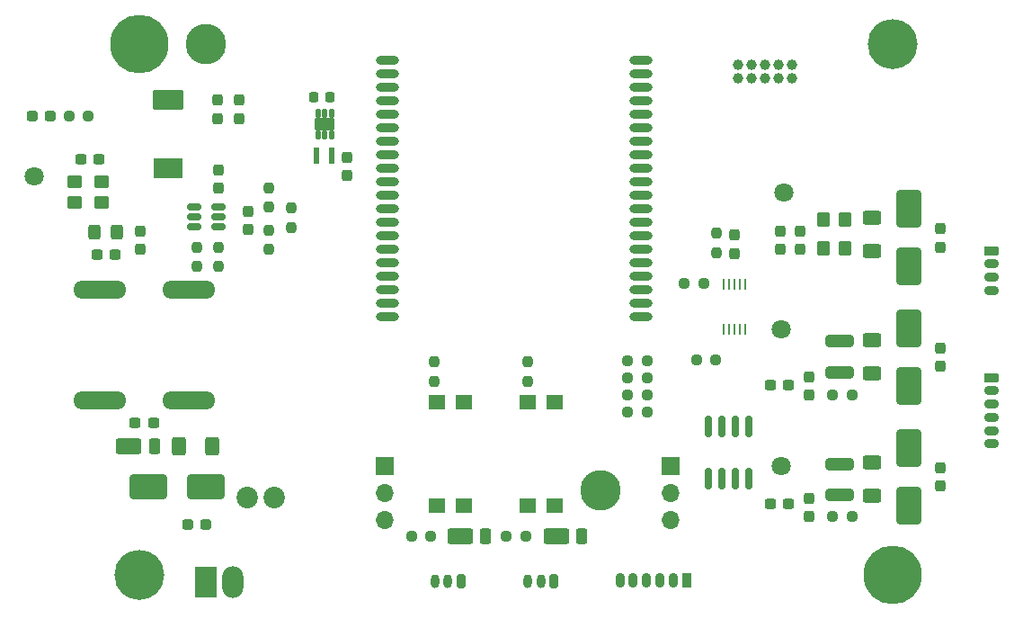
<source format=gbr>
%TF.GenerationSoftware,KiCad,Pcbnew,9.0.4*%
%TF.CreationDate,2025-09-18T14:16:59+03:00*%
%TF.ProjectId,HidroNode_Project,48696472-6f4e-46f6-9465-5f50726f6a65,rev?*%
%TF.SameCoordinates,Original*%
%TF.FileFunction,Soldermask,Top*%
%TF.FilePolarity,Negative*%
%FSLAX46Y46*%
G04 Gerber Fmt 4.6, Leading zero omitted, Abs format (unit mm)*
G04 Created by KiCad (PCBNEW 9.0.4) date 2025-09-18 14:16:59*
%MOMM*%
%LPD*%
G01*
G04 APERTURE LIST*
G04 Aperture macros list*
%AMRoundRect*
0 Rectangle with rounded corners*
0 $1 Rounding radius*
0 $2 $3 $4 $5 $6 $7 $8 $9 X,Y pos of 4 corners*
0 Add a 4 corners polygon primitive as box body*
4,1,4,$2,$3,$4,$5,$6,$7,$8,$9,$2,$3,0*
0 Add four circle primitives for the rounded corners*
1,1,$1+$1,$2,$3*
1,1,$1+$1,$4,$5*
1,1,$1+$1,$6,$7*
1,1,$1+$1,$8,$9*
0 Add four rect primitives between the rounded corners*
20,1,$1+$1,$2,$3,$4,$5,0*
20,1,$1+$1,$4,$5,$6,$7,0*
20,1,$1+$1,$6,$7,$8,$9,0*
20,1,$1+$1,$8,$9,$2,$3,0*%
G04 Aperture macros list end*
%ADD10RoundRect,0.237500X0.250000X0.237500X-0.250000X0.237500X-0.250000X-0.237500X0.250000X-0.237500X0*%
%ADD11C,3.800000*%
%ADD12C,1.800000*%
%ADD13RoundRect,0.237500X0.237500X-0.300000X0.237500X0.300000X-0.237500X0.300000X-0.237500X-0.300000X0*%
%ADD14R,2.000000X3.000000*%
%ADD15O,2.000000X3.000000*%
%ADD16RoundRect,0.237500X-0.237500X0.300000X-0.237500X-0.300000X0.237500X-0.300000X0.237500X0.300000X0*%
%ADD17RoundRect,0.250000X0.625000X-0.400000X0.625000X0.400000X-0.625000X0.400000X-0.625000X-0.400000X0*%
%ADD18RoundRect,0.237500X-0.237500X0.250000X-0.237500X-0.250000X0.237500X-0.250000X0.237500X0.250000X0*%
%ADD19R,1.600200X1.320800*%
%ADD20RoundRect,0.102000X0.160000X-0.330000X0.160000X0.330000X-0.160000X0.330000X-0.160000X-0.330000X0*%
%ADD21RoundRect,0.102000X0.800000X-0.500000X0.800000X0.500000X-0.800000X0.500000X-0.800000X-0.500000X0*%
%ADD22RoundRect,0.250000X-0.400000X-0.625000X0.400000X-0.625000X0.400000X0.625000X-0.400000X0.625000X0*%
%ADD23RoundRect,0.237500X-0.287500X-0.237500X0.287500X-0.237500X0.287500X0.237500X-0.287500X0.237500X0*%
%ADD24RoundRect,0.237500X-0.250000X-0.237500X0.250000X-0.237500X0.250000X0.237500X-0.250000X0.237500X0*%
%ADD25RoundRect,0.250000X0.900000X-1.500000X0.900000X1.500000X-0.900000X1.500000X-0.900000X-1.500000X0*%
%ADD26RoundRect,0.102000X1.250000X-0.850000X1.250000X0.850000X-1.250000X0.850000X-1.250000X-0.850000X0*%
%ADD27RoundRect,0.102000X1.300000X-0.850000X1.300000X0.850000X-1.300000X0.850000X-1.300000X-0.850000X0*%
%ADD28RoundRect,0.237500X-0.300000X-0.237500X0.300000X-0.237500X0.300000X0.237500X-0.300000X0.237500X0*%
%ADD29RoundRect,0.250000X0.350000X0.450000X-0.350000X0.450000X-0.350000X-0.450000X0.350000X-0.450000X0*%
%ADD30RoundRect,0.237500X0.237500X-0.250000X0.237500X0.250000X-0.237500X0.250000X-0.237500X-0.250000X0*%
%ADD31RoundRect,0.250000X0.950000X0.500000X-0.950000X0.500000X-0.950000X-0.500000X0.950000X-0.500000X0*%
%ADD32RoundRect,0.250000X0.275000X0.500000X-0.275000X0.500000X-0.275000X-0.500000X0.275000X-0.500000X0*%
%ADD33RoundRect,0.250000X0.450000X-0.350000X0.450000X0.350000X-0.450000X0.350000X-0.450000X-0.350000X0*%
%ADD34RoundRect,0.250000X1.075000X-0.312500X1.075000X0.312500X-1.075000X0.312500X-1.075000X-0.312500X0*%
%ADD35RoundRect,0.250000X-0.350000X-0.450000X0.350000X-0.450000X0.350000X0.450000X-0.350000X0.450000X0*%
%ADD36RoundRect,0.250000X-1.500000X-0.900000X1.500000X-0.900000X1.500000X0.900000X-1.500000X0.900000X0*%
%ADD37RoundRect,0.150000X-0.512500X-0.150000X0.512500X-0.150000X0.512500X0.150000X-0.512500X0.150000X0*%
%ADD38C,5.500000*%
%ADD39RoundRect,0.250000X0.325000X0.450000X-0.325000X0.450000X-0.325000X-0.450000X0.325000X-0.450000X0*%
%ADD40RoundRect,0.237500X0.300000X0.237500X-0.300000X0.237500X-0.300000X-0.237500X0.300000X-0.237500X0*%
%ADD41R,1.700000X1.700000*%
%ADD42O,1.700000X1.700000*%
%ADD43C,1.000000*%
%ADD44RoundRect,0.200000X0.200000X0.450000X-0.200000X0.450000X-0.200000X-0.450000X0.200000X-0.450000X0*%
%ADD45O,0.800000X1.300000*%
%ADD46O,5.000000X1.700000*%
%ADD47RoundRect,0.225000X0.225000X0.250000X-0.225000X0.250000X-0.225000X-0.250000X0.225000X-0.250000X0*%
%ADD48R,0.550000X1.600000*%
%ADD49C,4.700000*%
%ADD50RoundRect,0.225000X0.225000X0.475000X-0.225000X0.475000X-0.225000X-0.475000X0.225000X-0.475000X0*%
%ADD51O,0.900000X1.400000*%
%ADD52C,2.020000*%
%ADD53O,2.200000X0.800000*%
%ADD54RoundRect,0.225000X-0.475000X0.225000X-0.475000X-0.225000X0.475000X-0.225000X0.475000X0.225000X0*%
%ADD55O,1.400000X0.900000*%
%ADD56RoundRect,0.150000X0.150000X-0.825000X0.150000X0.825000X-0.150000X0.825000X-0.150000X-0.825000X0*%
%ADD57R,0.250000X1.100000*%
G04 APERTURE END LIST*
D10*
%TO.C,R57*%
X98725000Y-70400000D03*
X96900000Y-70400000D03*
%TD*%
D11*
%TO.C,REF\u002A\u002A*%
X94334037Y-82563464D03*
X57234037Y-40563464D03*
%TD*%
D10*
%TO.C,R56*%
X98725000Y-72000000D03*
X96900000Y-72000000D03*
%TD*%
%TO.C,R55*%
X98725000Y-73600000D03*
X96900000Y-73600000D03*
%TD*%
%TO.C,R54*%
X98725000Y-75200000D03*
X96900000Y-75200000D03*
%TD*%
D12*
%TO.C,TP2*%
X41000000Y-53000000D03*
%TD*%
D13*
%TO.C,C2*%
X126400000Y-82150000D03*
X126400000Y-80425000D03*
%TD*%
%TO.C,C4*%
X113200000Y-59862500D03*
X113200000Y-58137500D03*
%TD*%
D14*
%TO.C,J3*%
X57234037Y-91197500D03*
D15*
X59774037Y-91197500D03*
%TD*%
D16*
%TO.C,C17*%
X51000000Y-58137500D03*
X51000000Y-59862500D03*
%TD*%
D17*
%TO.C,RV3*%
X119900000Y-60050000D03*
X119900000Y-56950000D03*
%TD*%
D18*
%TO.C,R15*%
X78737500Y-70486100D03*
X78737500Y-72311100D03*
%TD*%
D13*
%TO.C,C22*%
X61200000Y-58025000D03*
X61200000Y-56300000D03*
%TD*%
D19*
%TO.C,U5*%
X78967500Y-84000000D03*
X81507500Y-84000000D03*
X81507500Y-74297200D03*
X78967500Y-74297200D03*
%TD*%
D13*
%TO.C,C7*%
X111300000Y-59862500D03*
X111300000Y-58137500D03*
%TD*%
D20*
%TO.C,U7*%
X67750000Y-49150000D03*
X68400000Y-49150000D03*
X69050000Y-49150000D03*
X69050000Y-47100000D03*
X68400000Y-47100000D03*
X67750000Y-47100000D03*
D21*
X68400000Y-48125000D03*
%TD*%
D17*
%TO.C,RV2*%
X119900000Y-71543750D03*
X119900000Y-68443750D03*
%TD*%
D22*
%TO.C,RV4*%
X54650000Y-78400000D03*
X57750000Y-78400000D03*
%TD*%
D23*
%TO.C,F1*%
X55484037Y-85750000D03*
X57234037Y-85750000D03*
%TD*%
D10*
%TO.C,R6*%
X118062500Y-73600000D03*
X116237500Y-73600000D03*
%TD*%
D24*
%TO.C,R13*%
X76575000Y-86898600D03*
X78400000Y-86898600D03*
%TD*%
D12*
%TO.C,TP1*%
X111600000Y-54500000D03*
%TD*%
D25*
%TO.C,D3*%
X123400000Y-61500000D03*
X123400000Y-56100000D03*
%TD*%
D26*
%TO.C,L4*%
X53600000Y-52225000D03*
D27*
X53600000Y-45800000D03*
%TD*%
D13*
%TO.C,C20*%
X58300000Y-47562500D03*
X58300000Y-45837500D03*
%TD*%
D18*
%TO.C,R14*%
X87500000Y-70486100D03*
X87500000Y-72311100D03*
%TD*%
D28*
%TO.C,C13*%
X50537500Y-76200000D03*
X52262500Y-76200000D03*
%TD*%
D29*
%TO.C,R4*%
X117400000Y-57050000D03*
X115400000Y-57050000D03*
%TD*%
D30*
%TO.C,R42*%
X58400000Y-61500000D03*
X58400000Y-59675000D03*
%TD*%
D18*
%TO.C,R47*%
X63100000Y-54087500D03*
X63100000Y-55912500D03*
%TD*%
D13*
%TO.C,C21*%
X60300000Y-47562500D03*
X60300000Y-45837500D03*
%TD*%
D31*
%TO.C,D5*%
X81137500Y-86898600D03*
D32*
X83512500Y-86898600D03*
%TD*%
D12*
%TO.C,TP3*%
X111400000Y-80300000D03*
%TD*%
D33*
%TO.C,R7*%
X44800000Y-55500000D03*
X44800000Y-53500000D03*
%TD*%
D34*
%TO.C,R2*%
X116900000Y-83000000D03*
X116900000Y-80075000D03*
%TD*%
D28*
%TO.C,C10*%
X110337500Y-72617500D03*
X112062500Y-72617500D03*
%TD*%
D35*
%TO.C,R1*%
X115400000Y-59800000D03*
X117400000Y-59800000D03*
%TD*%
D36*
%TO.C,D7*%
X51800000Y-82250000D03*
X57200000Y-82250000D03*
%TD*%
D37*
%TO.C,U8*%
X56100000Y-55875000D03*
X56100000Y-56825000D03*
X56100000Y-57775000D03*
X58375000Y-57775000D03*
X58375000Y-56825000D03*
X58375000Y-55875000D03*
%TD*%
D10*
%TO.C,R11*%
X105212500Y-70300000D03*
X103387500Y-70300000D03*
%TD*%
D31*
%TO.C,D8*%
X49950000Y-78400000D03*
D32*
X52325000Y-78400000D03*
%TD*%
D18*
%TO.C,R41*%
X56350000Y-59675000D03*
X56350000Y-61500000D03*
%TD*%
D10*
%TO.C,R5*%
X118062500Y-85037500D03*
X116237500Y-85037500D03*
%TD*%
D38*
%TO.C,H1*%
X50900000Y-40532788D03*
%TD*%
D39*
%TO.C,C16*%
X48775000Y-58250000D03*
X46725000Y-58250000D03*
%TD*%
D40*
%TO.C,C8*%
X47112500Y-51400000D03*
X45387500Y-51400000D03*
%TD*%
D34*
%TO.C,R3*%
X116900000Y-71462500D03*
X116900000Y-68537500D03*
%TD*%
D40*
%TO.C,C15*%
X48662500Y-60400000D03*
X46937500Y-60400000D03*
%TD*%
D41*
%TO.C,J9*%
X101000000Y-80275000D03*
D42*
X101000000Y-82815000D03*
X101000000Y-85355000D03*
%TD*%
D43*
%TO.C,J4*%
X107320000Y-43770000D03*
X108590000Y-43770000D03*
X109860000Y-43770000D03*
X111130000Y-43770000D03*
X112400000Y-43770000D03*
X112400000Y-42500000D03*
X111130000Y-42500000D03*
X109860000Y-42500000D03*
X108590000Y-42500000D03*
X107320000Y-42500000D03*
%TD*%
D23*
%TO.C,D9*%
X40825000Y-47300000D03*
X42575000Y-47300000D03*
%TD*%
D10*
%TO.C,R10*%
X104075000Y-63050000D03*
X102250000Y-63050000D03*
%TD*%
D44*
%TO.C,J5*%
X90000000Y-91150000D03*
D45*
X88750000Y-91150000D03*
X87500000Y-91150000D03*
%TD*%
D46*
%TO.C,L2*%
X55600000Y-74110000D03*
X55600000Y-63700000D03*
X47220000Y-74110000D03*
X47220000Y-63700000D03*
%TD*%
D24*
%TO.C,R12*%
X85487500Y-86898600D03*
X87312500Y-86898600D03*
%TD*%
D38*
%TO.C,H2*%
X121900000Y-90532788D03*
%TD*%
D16*
%TO.C,C14*%
X70500000Y-51237500D03*
X70500000Y-52962500D03*
%TD*%
D13*
%TO.C,C3*%
X126400000Y-70906250D03*
X126400000Y-69181250D03*
%TD*%
D12*
%TO.C,TP4*%
X111400000Y-67400000D03*
%TD*%
D13*
%TO.C,C6*%
X114000000Y-73625000D03*
X114000000Y-71900000D03*
%TD*%
D47*
%TO.C,C12*%
X68875000Y-45600000D03*
X67325000Y-45600000D03*
%TD*%
D48*
%TO.C,L1*%
X67625000Y-51050000D03*
X69075000Y-51050000D03*
%TD*%
D13*
%TO.C,C19*%
X58350000Y-54112500D03*
X58350000Y-52387500D03*
%TD*%
D28*
%TO.C,C9*%
X110337500Y-83800000D03*
X112062500Y-83800000D03*
%TD*%
D49*
%TO.C,H3*%
X121900000Y-40532788D03*
%TD*%
D50*
%TO.C,J8*%
X102450000Y-91000000D03*
D51*
X101200000Y-91000000D03*
X99950000Y-91000000D03*
X98700000Y-91000000D03*
X97450000Y-91000000D03*
X96200000Y-91000000D03*
%TD*%
D52*
%TO.C,J10*%
X61060000Y-83200000D03*
X63600000Y-83200000D03*
%TD*%
D49*
%TO.C,H4*%
X50900000Y-90532788D03*
%TD*%
D53*
%TO.C,U1*%
X74290000Y-42077393D03*
X74290000Y-43347393D03*
X74290000Y-44617393D03*
X74290000Y-45887393D03*
X74290000Y-47157393D03*
X74290000Y-48427393D03*
X74290000Y-49697393D03*
X74290000Y-50967393D03*
X74290000Y-52237393D03*
X74290000Y-53507393D03*
X74290000Y-54777393D03*
X74290000Y-56047393D03*
X74290000Y-57317393D03*
X74290000Y-58587393D03*
X74290000Y-59857393D03*
X74290000Y-61127393D03*
X74290000Y-62397393D03*
X74296800Y-63657393D03*
X74290000Y-64937393D03*
X74296800Y-66197393D03*
X98190000Y-42077393D03*
X98190000Y-43347393D03*
X98190000Y-44617393D03*
X98190000Y-45887393D03*
X98190000Y-47157393D03*
X98190000Y-48427393D03*
X98190000Y-49697393D03*
X98190000Y-50967393D03*
X98190000Y-52237393D03*
X98190000Y-53507393D03*
X98190000Y-54777393D03*
X98190000Y-56047393D03*
X98190000Y-57317393D03*
X98190000Y-58587393D03*
X98190000Y-59857393D03*
X98190000Y-61127393D03*
X98190000Y-62397393D03*
X98190000Y-63667393D03*
X98190000Y-64937393D03*
X98190000Y-66207393D03*
%TD*%
D13*
%TO.C,C11*%
X107000000Y-60275000D03*
X107000000Y-58550000D03*
%TD*%
D54*
%TO.C,J1*%
X131200000Y-71950000D03*
D55*
X131200000Y-73200000D03*
X131200000Y-74450000D03*
X131200000Y-75700000D03*
X131200000Y-76950000D03*
X131200000Y-78200000D03*
%TD*%
D33*
%TO.C,R8*%
X47400000Y-55500000D03*
X47400000Y-53500000D03*
%TD*%
D44*
%TO.C,J6*%
X81250000Y-91150000D03*
D45*
X80000000Y-91150000D03*
X78750000Y-91150000D03*
%TD*%
D17*
%TO.C,RV1*%
X119900000Y-83037500D03*
X119900000Y-79937500D03*
%TD*%
D13*
%TO.C,C1*%
X126400000Y-59662500D03*
X126400000Y-57937500D03*
%TD*%
D41*
%TO.C,J7*%
X74000000Y-80275000D03*
D42*
X74000000Y-82815000D03*
X74000000Y-85355000D03*
%TD*%
D25*
%TO.C,D1*%
X123400000Y-83987500D03*
X123400000Y-78587500D03*
%TD*%
D19*
%TO.C,U4*%
X87530000Y-84000000D03*
X90070000Y-84000000D03*
X90070000Y-74297200D03*
X87530000Y-74297200D03*
%TD*%
D24*
%TO.C,R40*%
X44287500Y-47300000D03*
X46112500Y-47300000D03*
%TD*%
D18*
%TO.C,R48*%
X65200000Y-56000000D03*
X65200000Y-57825000D03*
%TD*%
D13*
%TO.C,C5*%
X114000000Y-85012500D03*
X114000000Y-83287500D03*
%TD*%
D54*
%TO.C,J2*%
X131200000Y-60000000D03*
D55*
X131200000Y-61250000D03*
X131200000Y-62500000D03*
X131200000Y-63750000D03*
%TD*%
D31*
%TO.C,D4*%
X90237500Y-86898600D03*
D32*
X92612500Y-86898600D03*
%TD*%
D56*
%TO.C,U2*%
X104495000Y-81475000D03*
X105765000Y-81475000D03*
X107035000Y-81475000D03*
X108305000Y-81475000D03*
X108305000Y-76525000D03*
X107035000Y-76525000D03*
X105765000Y-76525000D03*
X104495000Y-76525000D03*
%TD*%
D25*
%TO.C,D2*%
X123400000Y-72743750D03*
X123400000Y-67343750D03*
%TD*%
D18*
%TO.C,R49*%
X63100000Y-58087500D03*
X63100000Y-59912500D03*
%TD*%
D57*
%TO.C,U3*%
X106000000Y-67450000D03*
X106500000Y-67450000D03*
X107000000Y-67450000D03*
X107500000Y-67450000D03*
X108000000Y-67450000D03*
X108000000Y-63150000D03*
X107500000Y-63150000D03*
X107000000Y-63150000D03*
X106500000Y-63150000D03*
X106000000Y-63150000D03*
%TD*%
D30*
%TO.C,R9*%
X105250000Y-60212500D03*
X105250000Y-58387500D03*
%TD*%
M02*

</source>
